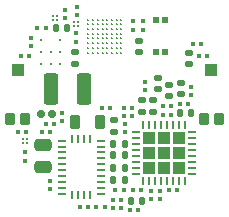
<source format=gtp>
%TF.GenerationSoftware,KiCad,Pcbnew,(6.0.0)*%
%TF.CreationDate,2022-12-06T17:03:37-05:00*%
%TF.ProjectId,headstage-64s,68656164-7374-4616-9765-2d3634732e6b,B*%
%TF.SameCoordinates,Original*%
%TF.FileFunction,Paste,Top*%
%TF.FilePolarity,Positive*%
%FSLAX46Y46*%
G04 Gerber Fmt 4.6, Leading zero omitted, Abs format (unit mm)*
G04 Created by KiCad (PCBNEW (6.0.0)) date 2022-12-06 17:03:37*
%MOMM*%
%LPD*%
G01*
G04 APERTURE LIST*
G04 Aperture macros list*
%AMRoundRect*
0 Rectangle with rounded corners*
0 $1 Rounding radius*
0 $2 $3 $4 $5 $6 $7 $8 $9 X,Y pos of 4 corners*
0 Add a 4 corners polygon primitive as box body*
4,1,4,$2,$3,$4,$5,$6,$7,$8,$9,$2,$3,0*
0 Add four circle primitives for the rounded corners*
1,1,$1+$1,$2,$3*
1,1,$1+$1,$4,$5*
1,1,$1+$1,$6,$7*
1,1,$1+$1,$8,$9*
0 Add four rect primitives between the rounded corners*
20,1,$1+$1,$2,$3,$4,$5,0*
20,1,$1+$1,$4,$5,$6,$7,0*
20,1,$1+$1,$6,$7,$8,$9,0*
20,1,$1+$1,$8,$9,$2,$3,0*%
G04 Aperture macros list end*
%ADD10RoundRect,0.035000X-0.340000X-0.465000X0.340000X-0.465000X0.340000X0.465000X-0.340000X0.465000X0*%
%ADD11RoundRect,0.060000X-0.490000X-0.440000X0.490000X-0.440000X0.490000X0.440000X-0.490000X0.440000X0*%
%ADD12RoundRect,0.079500X-0.079500X-0.100500X0.079500X-0.100500X0.079500X0.100500X-0.079500X0.100500X0*%
%ADD13RoundRect,0.147500X0.172500X-0.147500X0.172500X0.147500X-0.172500X0.147500X-0.172500X-0.147500X0*%
%ADD14RoundRect,0.147500X0.147500X0.172500X-0.147500X0.172500X-0.147500X-0.172500X0.147500X-0.172500X0*%
%ADD15RoundRect,0.079500X-0.100500X0.079500X-0.100500X-0.079500X0.100500X-0.079500X0.100500X0.079500X0*%
%ADD16RoundRect,0.079500X0.079500X0.100500X-0.079500X0.100500X-0.079500X-0.100500X0.079500X-0.100500X0*%
%ADD17RoundRect,0.027500X0.247500X-0.247500X0.247500X0.247500X-0.247500X0.247500X-0.247500X-0.247500X0*%
%ADD18C,0.170000*%
%ADD19RoundRect,0.079500X0.100500X-0.079500X0.100500X0.079500X-0.100500X0.079500X-0.100500X-0.079500X0*%
%ADD20RoundRect,0.050000X-0.250000X0.200000X-0.250000X-0.200000X0.250000X-0.200000X0.250000X0.200000X0*%
%ADD21RoundRect,0.050000X0.075000X0.250000X-0.075000X0.250000X-0.075000X-0.250000X0.075000X-0.250000X0*%
%ADD22RoundRect,0.050000X-0.250000X0.075000X-0.250000X-0.075000X0.250000X-0.075000X0.250000X0.075000X0*%
%ADD23RoundRect,0.140000X0.140000X0.170000X-0.140000X0.170000X-0.140000X-0.170000X0.140000X-0.170000X0*%
%ADD24RoundRect,0.140000X0.170000X-0.140000X0.170000X0.140000X-0.170000X0.140000X-0.170000X-0.140000X0*%
%ADD25RoundRect,0.250000X-0.375000X-1.075000X0.375000X-1.075000X0.375000X1.075000X-0.375000X1.075000X0*%
%ADD26RoundRect,0.140000X-0.170000X0.140000X-0.170000X-0.140000X0.170000X-0.140000X0.170000X0.140000X0*%
%ADD27C,0.200000*%
%ADD28RoundRect,0.250000X-0.475000X0.250000X-0.475000X-0.250000X0.475000X-0.250000X0.475000X0.250000X0*%
%ADD29R,0.675000X0.254000*%
%ADD30R,0.254000X0.675000*%
%ADD31RoundRect,0.147500X-0.147500X-0.172500X0.147500X-0.172500X0.147500X0.172500X-0.147500X0.172500X0*%
%ADD32C,0.299999*%
%ADD33RoundRect,0.147500X-0.172500X0.147500X-0.172500X-0.147500X0.172500X-0.147500X0.172500X0.147500X0*%
%ADD34RoundRect,0.218750X0.218750X0.381250X-0.218750X0.381250X-0.218750X-0.381250X0.218750X-0.381250X0*%
%ADD35RoundRect,0.140000X-0.140000X-0.170000X0.140000X-0.170000X0.140000X0.170000X-0.140000X0.170000X0*%
%ADD36RoundRect,0.150000X0.150000X0.200000X-0.150000X0.200000X-0.150000X-0.200000X0.150000X-0.200000X0*%
G04 APERTURE END LIST*
%TO.C,U7*%
G36*
X129490000Y-66370000D02*
G01*
X128430000Y-66370000D01*
X128430000Y-65310000D01*
X129490000Y-65310000D01*
X129490000Y-66370000D01*
G37*
G36*
X128230000Y-66370000D02*
G01*
X127170000Y-66370000D01*
X127170000Y-65310000D01*
X128230000Y-65310000D01*
X128230000Y-66370000D01*
G37*
G36*
X129490000Y-68890000D02*
G01*
X128430000Y-68890000D01*
X128430000Y-67830000D01*
X129490000Y-67830000D01*
X129490000Y-68890000D01*
G37*
G36*
X126970000Y-68890000D02*
G01*
X125910000Y-68890000D01*
X125910000Y-67830000D01*
X126970000Y-67830000D01*
X126970000Y-68890000D01*
G37*
G36*
X128230000Y-68890000D02*
G01*
X127170000Y-68890000D01*
X127170000Y-67830000D01*
X128230000Y-67830000D01*
X128230000Y-68890000D01*
G37*
G36*
X126970000Y-67630000D02*
G01*
X125910000Y-67630000D01*
X125910000Y-66570000D01*
X126970000Y-66570000D01*
X126970000Y-67630000D01*
G37*
G36*
X129490000Y-67630000D02*
G01*
X128430000Y-67630000D01*
X128430000Y-66570000D01*
X129490000Y-66570000D01*
X129490000Y-67630000D01*
G37*
G36*
X126970000Y-66370000D02*
G01*
X125910000Y-66370000D01*
X125910000Y-65310000D01*
X126970000Y-65310000D01*
X126970000Y-66370000D01*
G37*
G36*
X128230000Y-67630000D02*
G01*
X127170000Y-67630000D01*
X127170000Y-66570000D01*
X128230000Y-66570000D01*
X128230000Y-67630000D01*
G37*
%TD*%
D10*
%TO.C,D3*%
X131050000Y-64200000D03*
X132350000Y-64200000D03*
D11*
X131700000Y-60050000D03*
%TD*%
D10*
%TO.C,D1*%
X114650000Y-64200000D03*
X115950000Y-64200000D03*
D11*
X115300000Y-60050000D03*
%TD*%
D12*
%TO.C,C24*%
X116245000Y-58900000D03*
X115555000Y-58900000D03*
%TD*%
D13*
%TO.C,L7*%
X127150000Y-61710000D03*
X127150000Y-60740000D03*
%TD*%
D14*
%TO.C,L2*%
X124370000Y-67300000D03*
X123400000Y-67300000D03*
%TD*%
%TO.C,L1*%
X124385000Y-68400000D03*
X123415000Y-68400000D03*
%TD*%
D15*
%TO.C,R16*%
X116475000Y-57355000D03*
X116475000Y-58045000D03*
%TD*%
D16*
%TO.C,C41*%
X117675000Y-56550000D03*
X116985000Y-56550000D03*
%TD*%
D17*
%TO.C,SW1*%
X127025000Y-55875000D03*
X127775000Y-55875000D03*
X127775000Y-58525000D03*
X127025000Y-58525000D03*
%TD*%
D16*
%TO.C,C27*%
X116045000Y-65300000D03*
X115355000Y-65300000D03*
%TD*%
D18*
%TO.C,U8*%
X124100000Y-58600000D03*
X123700000Y-58600000D03*
X123300000Y-58600000D03*
X122900000Y-58600000D03*
X122500000Y-58600000D03*
X122100000Y-58600000D03*
X121700000Y-58600000D03*
X121300000Y-58600000D03*
X124100000Y-58200000D03*
X123700000Y-58200000D03*
X123300000Y-58200000D03*
X122900000Y-58200000D03*
X122500000Y-58200000D03*
X122100000Y-58200000D03*
X121700000Y-58200000D03*
X121300000Y-58200000D03*
X124100000Y-57800000D03*
X123700000Y-57800000D03*
X123300000Y-57800000D03*
X122900000Y-57800000D03*
X122500000Y-57800000D03*
X122100000Y-57800000D03*
X121700000Y-57800000D03*
X121300000Y-57800000D03*
X124100000Y-57400000D03*
X123700000Y-57400000D03*
X123300000Y-57400000D03*
X122900000Y-57400000D03*
X122500000Y-57400000D03*
X122100000Y-57400000D03*
X121700000Y-57400000D03*
X121300000Y-57400000D03*
X124100000Y-57000000D03*
X123700000Y-57000000D03*
X123300000Y-57000000D03*
X122900000Y-57000000D03*
X122500000Y-57000000D03*
X122100000Y-57000000D03*
X121700000Y-57000000D03*
X121300000Y-57000000D03*
X124100000Y-56600000D03*
X123700000Y-56600000D03*
X123300000Y-56600000D03*
X122900000Y-56600000D03*
X122500000Y-56600000D03*
X122100000Y-56600000D03*
X121700000Y-56600000D03*
X121300000Y-56600000D03*
X124100000Y-56200000D03*
X123700000Y-56200000D03*
X123300000Y-56200000D03*
X122900000Y-56200000D03*
X122500000Y-56200000D03*
X122100000Y-56200000D03*
X121700000Y-56200000D03*
X121300000Y-56200000D03*
X124100000Y-55800000D03*
X123700000Y-55800000D03*
X123300000Y-55800000D03*
X122900000Y-55800000D03*
X122500000Y-55800000D03*
X122100000Y-55800000D03*
X121700000Y-55800000D03*
X121300000Y-55800000D03*
%TD*%
D19*
%TO.C,R15*%
X126070000Y-61105000D03*
X126070000Y-61795000D03*
%TD*%
D20*
%TO.C,D2*%
X125600000Y-58550000D03*
X125600000Y-57650000D03*
%TD*%
D21*
%TO.C,U7*%
X129449999Y-69500000D03*
X128950000Y-69500000D03*
X128450001Y-69500000D03*
X127950000Y-69500000D03*
X127450000Y-69500000D03*
X126950002Y-69500000D03*
X126450000Y-69500000D03*
X125950001Y-69500000D03*
D22*
X125300000Y-68849999D03*
X125300000Y-68350000D03*
X125300000Y-67850001D03*
X125300000Y-67350000D03*
X125300000Y-66850000D03*
X125300000Y-66350002D03*
X125300000Y-65850000D03*
X125300000Y-65350001D03*
D21*
X125950001Y-64700000D03*
X126450000Y-64700000D03*
X126950002Y-64700000D03*
X127450000Y-64700000D03*
X127950000Y-64700000D03*
X128450001Y-64700000D03*
X128950000Y-64700000D03*
X129449999Y-64700000D03*
D22*
X130100000Y-65350001D03*
X130100000Y-65850000D03*
X130100000Y-66350002D03*
X130100000Y-66850000D03*
X130100000Y-67350000D03*
X130100000Y-67850001D03*
X130100000Y-68350000D03*
X130100000Y-68849999D03*
%TD*%
D15*
%TO.C,C29*%
X115900000Y-67055000D03*
X115900000Y-67745000D03*
%TD*%
%TO.C,C40*%
X120275000Y-57670000D03*
X120275000Y-56980000D03*
%TD*%
D19*
%TO.C,C20*%
X118025000Y-69480000D03*
X118025000Y-70170000D03*
%TD*%
%TO.C,R25*%
X125100000Y-56645000D03*
X125100000Y-55955000D03*
%TD*%
D23*
%TO.C,C34*%
X124355000Y-66325000D03*
X123395000Y-66325000D03*
%TD*%
D15*
%TO.C,R7*%
X119100000Y-63680000D03*
X119100000Y-64370000D03*
%TD*%
D12*
%TO.C,R8*%
X123145000Y-63300000D03*
X122455000Y-63300000D03*
%TD*%
D15*
%TO.C,R20*%
X125900000Y-55955000D03*
X125900000Y-56645000D03*
%TD*%
D19*
%TO.C,C8*%
X124300000Y-63255000D03*
X124300000Y-63945000D03*
%TD*%
D16*
%TO.C,C14*%
X124275000Y-70275000D03*
X123585000Y-70275000D03*
%TD*%
D12*
%TO.C,R11*%
X117380000Y-65325000D03*
X118070000Y-65325000D03*
%TD*%
D24*
%TO.C,C12*%
X125830000Y-63600000D03*
X125830000Y-62640000D03*
%TD*%
D19*
%TO.C,R5*%
X127375000Y-70995000D03*
X127375000Y-70305000D03*
%TD*%
%TO.C,C16*%
X128275000Y-63155000D03*
X128275000Y-63845000D03*
%TD*%
D23*
%TO.C,C17*%
X124380000Y-69400000D03*
X123420000Y-69400000D03*
%TD*%
D15*
%TO.C,C4*%
X126625000Y-70995000D03*
X126625000Y-70305000D03*
%TD*%
D16*
%TO.C,C7*%
X125080000Y-70275000D03*
X125770000Y-70275000D03*
%TD*%
D19*
%TO.C,C37*%
X120300000Y-55395000D03*
X120300000Y-54705000D03*
%TD*%
D12*
%TO.C,C26*%
X130845000Y-57850000D03*
X130155000Y-57850000D03*
%TD*%
D25*
%TO.C,L3*%
X120930000Y-61720000D03*
X118130000Y-61720000D03*
%TD*%
D26*
%TO.C,C2*%
X123500000Y-64320000D03*
X123500000Y-65280000D03*
%TD*%
D23*
%TO.C,C1*%
X125830000Y-71125000D03*
X124870000Y-71125000D03*
%TD*%
D27*
%TO.C,U4*%
X115725000Y-66250000D03*
X115725000Y-65900000D03*
X116075000Y-66250000D03*
X116075000Y-65900000D03*
%TD*%
D28*
%TO.C,C18*%
X117425000Y-66425000D03*
X117425000Y-68325000D03*
%TD*%
D27*
%TO.C,U10*%
X118275000Y-55500000D03*
X118625000Y-55500000D03*
X118275000Y-55850000D03*
X118625000Y-55850000D03*
%TD*%
D29*
%TO.C,U3*%
X119037500Y-70050000D03*
X119037500Y-69550000D03*
X119037500Y-69050000D03*
X119037500Y-68550000D03*
X119037500Y-68050000D03*
X119037500Y-67550000D03*
X119037500Y-67050000D03*
X119037500Y-66550000D03*
X119037500Y-66050000D03*
D30*
X119950000Y-65912500D03*
X120450000Y-65912500D03*
X120950000Y-65912500D03*
X121450000Y-65912500D03*
D29*
X122362500Y-66050000D03*
X122362500Y-66550000D03*
X122362500Y-67050000D03*
X122362500Y-67550000D03*
X122362500Y-68050000D03*
X122362500Y-68550000D03*
X122362500Y-69050000D03*
X122362500Y-69550000D03*
X122362500Y-70050000D03*
X122362500Y-70550000D03*
D30*
X121450000Y-70687500D03*
X120950000Y-70687500D03*
X120450000Y-70687500D03*
X119950000Y-70687500D03*
D29*
X119037500Y-70550000D03*
%TD*%
D31*
%TO.C,L9*%
X118520000Y-56500000D03*
X119490000Y-56500000D03*
%TD*%
D12*
%TO.C,R12*%
X118375000Y-64625000D03*
X117685000Y-64625000D03*
%TD*%
D19*
%TO.C,C21*%
X123375000Y-71795000D03*
X123375000Y-71105000D03*
%TD*%
D12*
%TO.C,R6*%
X128795000Y-70275000D03*
X128105000Y-70275000D03*
%TD*%
D16*
%TO.C,C9*%
X129720000Y-62975000D03*
X129030000Y-62975000D03*
%TD*%
D19*
%TO.C,C6*%
X129975000Y-62195000D03*
X129975000Y-61505000D03*
%TD*%
%TO.C,C15*%
X124400000Y-64655000D03*
X124400000Y-65345000D03*
%TD*%
D32*
%TO.C,U5*%
X117299999Y-59574998D03*
X117300000Y-58575000D03*
X117300000Y-57575000D03*
X118100000Y-59575000D03*
X118100000Y-58575000D03*
X118900000Y-59575000D03*
X118900000Y-58575000D03*
X118900000Y-57575000D03*
%TD*%
D33*
%TO.C,L8*%
X120175000Y-58565000D03*
X120175000Y-59535000D03*
%TD*%
D16*
%TO.C,R4*%
X121980000Y-71675000D03*
X122670000Y-71675000D03*
%TD*%
D19*
%TO.C,C5*%
X125000000Y-63945000D03*
X125000000Y-63255000D03*
%TD*%
D24*
%TO.C,C25*%
X129800000Y-58620000D03*
X129800000Y-59580000D03*
%TD*%
D34*
%TO.C,L4*%
X120137500Y-64500000D03*
X122262500Y-64500000D03*
%TD*%
D24*
%TO.C,C35*%
X128125000Y-62280000D03*
X128125000Y-61320000D03*
%TD*%
D16*
%TO.C,R3*%
X124830000Y-71900000D03*
X125520000Y-71900000D03*
%TD*%
%TO.C,R17*%
X130655000Y-58875000D03*
X131345000Y-58875000D03*
%TD*%
D24*
%TO.C,C13*%
X126750000Y-63600000D03*
X126750000Y-62640000D03*
%TD*%
D12*
%TO.C,R10*%
X121295000Y-71675000D03*
X120605000Y-71675000D03*
%TD*%
D19*
%TO.C,C11*%
X127575000Y-63155000D03*
X127575000Y-63845000D03*
%TD*%
D24*
%TO.C,C3*%
X129100000Y-62130000D03*
X129100000Y-61170000D03*
%TD*%
D19*
%TO.C,R9*%
X124075000Y-71795000D03*
X124075000Y-71105000D03*
%TD*%
D35*
%TO.C,C10*%
X129980000Y-63750000D03*
X129020000Y-63750000D03*
%TD*%
D27*
%TO.C,U9*%
X120100000Y-56375000D03*
X120100000Y-56025000D03*
X120450000Y-56375000D03*
X120450000Y-56025000D03*
%TD*%
D36*
%TO.C,F1*%
X117250000Y-63800000D03*
X118250000Y-63800000D03*
%TD*%
D19*
%TO.C,C38*%
X119325000Y-55670000D03*
X119325000Y-54980000D03*
%TD*%
M02*

</source>
